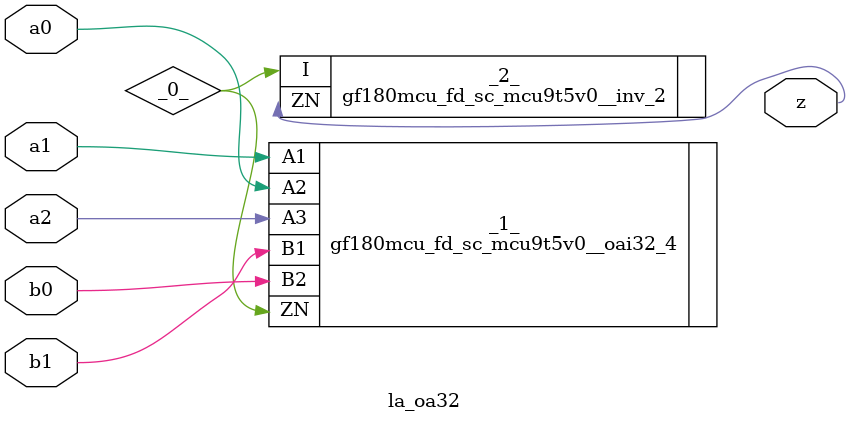
<source format=v>

/* Generated by Yosys 0.37 (git sha1 a5c7f69ed, clang 14.0.0-1ubuntu1.1 -fPIC -Os) */

module la_oa32(a0, a1, a2, b0, b1, z);
  wire _0_;
  input a0;
  wire a0;
  input a1;
  wire a1;
  input a2;
  wire a2;
  input b0;
  wire b0;
  input b1;
  wire b1;
  output z;
  wire z;
  gf180mcu_fd_sc_mcu9t5v0__oai32_4 _1_ (
    .A1(a1),
    .A2(a0),
    .A3(a2),
    .B1(b1),
    .B2(b0),
    .ZN(_0_)
  );
  gf180mcu_fd_sc_mcu9t5v0__inv_2 _2_ (
    .I(_0_),
    .ZN(z)
  );
endmodule

</source>
